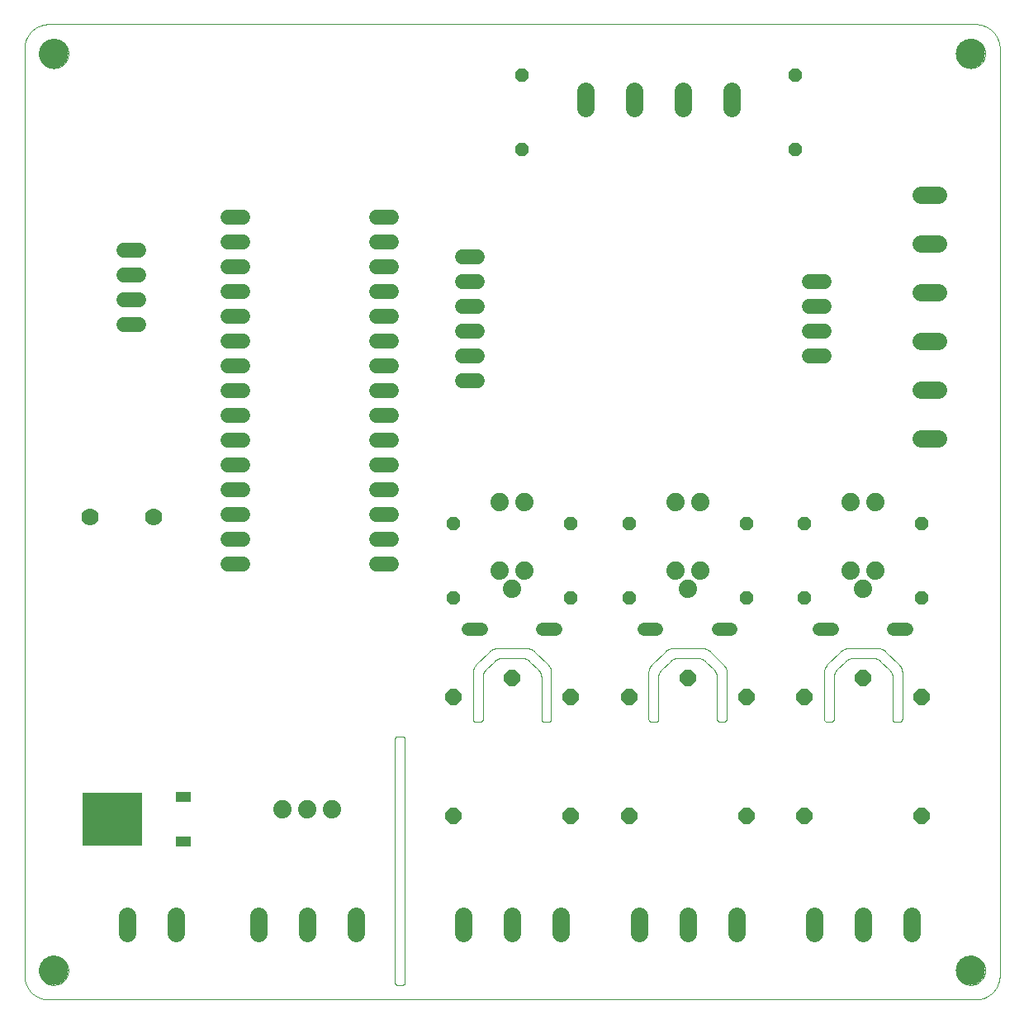
<source format=gts>
G75*
%MOIN*%
%OFA0B0*%
%FSLAX25Y25*%
%IPPOS*%
%LPD*%
%AMOC8*
5,1,8,0,0,1.08239X$1,22.5*
%
%ADD10C,0.00000*%
%ADD11C,0.11811*%
%ADD12C,0.07050*%
%ADD13C,0.06000*%
%ADD14OC8,0.05200*%
%ADD15C,0.07000*%
%ADD16C,0.07400*%
%ADD17OC8,0.06496*%
%ADD18C,0.05200*%
%ADD19R,0.24409X0.21260*%
%ADD20R,0.06299X0.03937*%
D10*
X0119641Y0101453D02*
X0119641Y0475469D01*
X0119644Y0475707D01*
X0119652Y0475945D01*
X0119667Y0476182D01*
X0119687Y0476419D01*
X0119713Y0476655D01*
X0119744Y0476891D01*
X0119781Y0477126D01*
X0119824Y0477360D01*
X0119873Y0477593D01*
X0119927Y0477825D01*
X0119987Y0478055D01*
X0120052Y0478284D01*
X0120123Y0478511D01*
X0120199Y0478736D01*
X0120281Y0478959D01*
X0120368Y0479181D01*
X0120460Y0479400D01*
X0120558Y0479617D01*
X0120660Y0479831D01*
X0120768Y0480043D01*
X0120882Y0480253D01*
X0121000Y0480459D01*
X0121123Y0480663D01*
X0121251Y0480863D01*
X0121383Y0481060D01*
X0121521Y0481255D01*
X0121663Y0481445D01*
X0121810Y0481633D01*
X0121961Y0481816D01*
X0122116Y0481996D01*
X0122276Y0482172D01*
X0122440Y0482344D01*
X0122609Y0482513D01*
X0122781Y0482677D01*
X0122957Y0482837D01*
X0123137Y0482992D01*
X0123320Y0483143D01*
X0123508Y0483290D01*
X0123698Y0483432D01*
X0123893Y0483570D01*
X0124090Y0483702D01*
X0124290Y0483830D01*
X0124494Y0483953D01*
X0124700Y0484071D01*
X0124910Y0484185D01*
X0125122Y0484293D01*
X0125336Y0484395D01*
X0125553Y0484493D01*
X0125772Y0484585D01*
X0125994Y0484672D01*
X0126217Y0484754D01*
X0126442Y0484830D01*
X0126669Y0484901D01*
X0126898Y0484966D01*
X0127128Y0485026D01*
X0127360Y0485080D01*
X0127593Y0485129D01*
X0127827Y0485172D01*
X0128062Y0485209D01*
X0128298Y0485240D01*
X0128534Y0485266D01*
X0128771Y0485286D01*
X0129008Y0485301D01*
X0129246Y0485309D01*
X0129484Y0485312D01*
X0129484Y0485311D02*
X0503499Y0485311D01*
X0503499Y0485312D02*
X0503737Y0485309D01*
X0503975Y0485301D01*
X0504212Y0485286D01*
X0504449Y0485266D01*
X0504685Y0485240D01*
X0504921Y0485209D01*
X0505156Y0485172D01*
X0505390Y0485129D01*
X0505623Y0485080D01*
X0505855Y0485026D01*
X0506085Y0484966D01*
X0506314Y0484901D01*
X0506541Y0484830D01*
X0506766Y0484754D01*
X0506989Y0484672D01*
X0507211Y0484585D01*
X0507430Y0484493D01*
X0507647Y0484395D01*
X0507861Y0484293D01*
X0508073Y0484185D01*
X0508283Y0484071D01*
X0508489Y0483953D01*
X0508693Y0483830D01*
X0508893Y0483702D01*
X0509090Y0483570D01*
X0509285Y0483432D01*
X0509475Y0483290D01*
X0509663Y0483143D01*
X0509846Y0482992D01*
X0510026Y0482837D01*
X0510202Y0482677D01*
X0510374Y0482513D01*
X0510543Y0482344D01*
X0510707Y0482172D01*
X0510867Y0481996D01*
X0511022Y0481816D01*
X0511173Y0481633D01*
X0511320Y0481445D01*
X0511462Y0481255D01*
X0511600Y0481060D01*
X0511732Y0480863D01*
X0511860Y0480663D01*
X0511983Y0480459D01*
X0512101Y0480253D01*
X0512215Y0480043D01*
X0512323Y0479831D01*
X0512425Y0479617D01*
X0512523Y0479400D01*
X0512615Y0479181D01*
X0512702Y0478959D01*
X0512784Y0478736D01*
X0512860Y0478511D01*
X0512931Y0478284D01*
X0512996Y0478055D01*
X0513056Y0477825D01*
X0513110Y0477593D01*
X0513159Y0477360D01*
X0513202Y0477126D01*
X0513239Y0476891D01*
X0513270Y0476655D01*
X0513296Y0476419D01*
X0513316Y0476182D01*
X0513331Y0475945D01*
X0513339Y0475707D01*
X0513342Y0475469D01*
X0513342Y0101453D01*
X0513339Y0101215D01*
X0513331Y0100977D01*
X0513316Y0100740D01*
X0513296Y0100503D01*
X0513270Y0100267D01*
X0513239Y0100031D01*
X0513202Y0099796D01*
X0513159Y0099562D01*
X0513110Y0099329D01*
X0513056Y0099097D01*
X0512996Y0098867D01*
X0512931Y0098638D01*
X0512860Y0098411D01*
X0512784Y0098186D01*
X0512702Y0097963D01*
X0512615Y0097741D01*
X0512523Y0097522D01*
X0512425Y0097305D01*
X0512323Y0097091D01*
X0512215Y0096879D01*
X0512101Y0096669D01*
X0511983Y0096463D01*
X0511860Y0096259D01*
X0511732Y0096059D01*
X0511600Y0095862D01*
X0511462Y0095667D01*
X0511320Y0095477D01*
X0511173Y0095289D01*
X0511022Y0095106D01*
X0510867Y0094926D01*
X0510707Y0094750D01*
X0510543Y0094578D01*
X0510374Y0094409D01*
X0510202Y0094245D01*
X0510026Y0094085D01*
X0509846Y0093930D01*
X0509663Y0093779D01*
X0509475Y0093632D01*
X0509285Y0093490D01*
X0509090Y0093352D01*
X0508893Y0093220D01*
X0508693Y0093092D01*
X0508489Y0092969D01*
X0508283Y0092851D01*
X0508073Y0092737D01*
X0507861Y0092629D01*
X0507647Y0092527D01*
X0507430Y0092429D01*
X0507211Y0092337D01*
X0506989Y0092250D01*
X0506766Y0092168D01*
X0506541Y0092092D01*
X0506314Y0092021D01*
X0506085Y0091956D01*
X0505855Y0091896D01*
X0505623Y0091842D01*
X0505390Y0091793D01*
X0505156Y0091750D01*
X0504921Y0091713D01*
X0504685Y0091682D01*
X0504449Y0091656D01*
X0504212Y0091636D01*
X0503975Y0091621D01*
X0503737Y0091613D01*
X0503499Y0091610D01*
X0129484Y0091610D01*
X0129246Y0091613D01*
X0129008Y0091621D01*
X0128771Y0091636D01*
X0128534Y0091656D01*
X0128298Y0091682D01*
X0128062Y0091713D01*
X0127827Y0091750D01*
X0127593Y0091793D01*
X0127360Y0091842D01*
X0127128Y0091896D01*
X0126898Y0091956D01*
X0126669Y0092021D01*
X0126442Y0092092D01*
X0126217Y0092168D01*
X0125994Y0092250D01*
X0125772Y0092337D01*
X0125553Y0092429D01*
X0125336Y0092527D01*
X0125122Y0092629D01*
X0124910Y0092737D01*
X0124700Y0092851D01*
X0124494Y0092969D01*
X0124290Y0093092D01*
X0124090Y0093220D01*
X0123893Y0093352D01*
X0123698Y0093490D01*
X0123508Y0093632D01*
X0123320Y0093779D01*
X0123137Y0093930D01*
X0122957Y0094085D01*
X0122781Y0094245D01*
X0122609Y0094409D01*
X0122440Y0094578D01*
X0122276Y0094750D01*
X0122116Y0094926D01*
X0121961Y0095106D01*
X0121810Y0095289D01*
X0121663Y0095477D01*
X0121521Y0095667D01*
X0121383Y0095862D01*
X0121251Y0096059D01*
X0121123Y0096259D01*
X0121000Y0096463D01*
X0120882Y0096669D01*
X0120768Y0096879D01*
X0120660Y0097091D01*
X0120558Y0097305D01*
X0120460Y0097522D01*
X0120368Y0097741D01*
X0120281Y0097963D01*
X0120199Y0098186D01*
X0120123Y0098411D01*
X0120052Y0098638D01*
X0119987Y0098867D01*
X0119927Y0099097D01*
X0119873Y0099329D01*
X0119824Y0099562D01*
X0119781Y0099796D01*
X0119744Y0100031D01*
X0119713Y0100267D01*
X0119687Y0100503D01*
X0119667Y0100740D01*
X0119652Y0100977D01*
X0119644Y0101215D01*
X0119641Y0101453D01*
X0125546Y0103421D02*
X0125548Y0103574D01*
X0125554Y0103728D01*
X0125564Y0103881D01*
X0125578Y0104033D01*
X0125596Y0104186D01*
X0125618Y0104337D01*
X0125643Y0104488D01*
X0125673Y0104639D01*
X0125707Y0104789D01*
X0125744Y0104937D01*
X0125785Y0105085D01*
X0125830Y0105231D01*
X0125879Y0105377D01*
X0125932Y0105521D01*
X0125988Y0105663D01*
X0126048Y0105804D01*
X0126112Y0105944D01*
X0126179Y0106082D01*
X0126250Y0106218D01*
X0126325Y0106352D01*
X0126402Y0106484D01*
X0126484Y0106614D01*
X0126568Y0106742D01*
X0126656Y0106868D01*
X0126747Y0106991D01*
X0126841Y0107112D01*
X0126939Y0107230D01*
X0127039Y0107346D01*
X0127143Y0107459D01*
X0127249Y0107570D01*
X0127358Y0107678D01*
X0127470Y0107783D01*
X0127584Y0107884D01*
X0127702Y0107983D01*
X0127821Y0108079D01*
X0127943Y0108172D01*
X0128068Y0108261D01*
X0128195Y0108348D01*
X0128324Y0108430D01*
X0128455Y0108510D01*
X0128588Y0108586D01*
X0128723Y0108659D01*
X0128860Y0108728D01*
X0128999Y0108793D01*
X0129139Y0108855D01*
X0129281Y0108913D01*
X0129424Y0108968D01*
X0129569Y0109019D01*
X0129715Y0109066D01*
X0129862Y0109109D01*
X0130010Y0109148D01*
X0130159Y0109184D01*
X0130309Y0109215D01*
X0130460Y0109243D01*
X0130611Y0109267D01*
X0130764Y0109287D01*
X0130916Y0109303D01*
X0131069Y0109315D01*
X0131222Y0109323D01*
X0131375Y0109327D01*
X0131529Y0109327D01*
X0131682Y0109323D01*
X0131835Y0109315D01*
X0131988Y0109303D01*
X0132140Y0109287D01*
X0132293Y0109267D01*
X0132444Y0109243D01*
X0132595Y0109215D01*
X0132745Y0109184D01*
X0132894Y0109148D01*
X0133042Y0109109D01*
X0133189Y0109066D01*
X0133335Y0109019D01*
X0133480Y0108968D01*
X0133623Y0108913D01*
X0133765Y0108855D01*
X0133905Y0108793D01*
X0134044Y0108728D01*
X0134181Y0108659D01*
X0134316Y0108586D01*
X0134449Y0108510D01*
X0134580Y0108430D01*
X0134709Y0108348D01*
X0134836Y0108261D01*
X0134961Y0108172D01*
X0135083Y0108079D01*
X0135202Y0107983D01*
X0135320Y0107884D01*
X0135434Y0107783D01*
X0135546Y0107678D01*
X0135655Y0107570D01*
X0135761Y0107459D01*
X0135865Y0107346D01*
X0135965Y0107230D01*
X0136063Y0107112D01*
X0136157Y0106991D01*
X0136248Y0106868D01*
X0136336Y0106742D01*
X0136420Y0106614D01*
X0136502Y0106484D01*
X0136579Y0106352D01*
X0136654Y0106218D01*
X0136725Y0106082D01*
X0136792Y0105944D01*
X0136856Y0105804D01*
X0136916Y0105663D01*
X0136972Y0105521D01*
X0137025Y0105377D01*
X0137074Y0105231D01*
X0137119Y0105085D01*
X0137160Y0104937D01*
X0137197Y0104789D01*
X0137231Y0104639D01*
X0137261Y0104488D01*
X0137286Y0104337D01*
X0137308Y0104186D01*
X0137326Y0104033D01*
X0137340Y0103881D01*
X0137350Y0103728D01*
X0137356Y0103574D01*
X0137358Y0103421D01*
X0137356Y0103268D01*
X0137350Y0103114D01*
X0137340Y0102961D01*
X0137326Y0102809D01*
X0137308Y0102656D01*
X0137286Y0102505D01*
X0137261Y0102354D01*
X0137231Y0102203D01*
X0137197Y0102053D01*
X0137160Y0101905D01*
X0137119Y0101757D01*
X0137074Y0101611D01*
X0137025Y0101465D01*
X0136972Y0101321D01*
X0136916Y0101179D01*
X0136856Y0101038D01*
X0136792Y0100898D01*
X0136725Y0100760D01*
X0136654Y0100624D01*
X0136579Y0100490D01*
X0136502Y0100358D01*
X0136420Y0100228D01*
X0136336Y0100100D01*
X0136248Y0099974D01*
X0136157Y0099851D01*
X0136063Y0099730D01*
X0135965Y0099612D01*
X0135865Y0099496D01*
X0135761Y0099383D01*
X0135655Y0099272D01*
X0135546Y0099164D01*
X0135434Y0099059D01*
X0135320Y0098958D01*
X0135202Y0098859D01*
X0135083Y0098763D01*
X0134961Y0098670D01*
X0134836Y0098581D01*
X0134709Y0098494D01*
X0134580Y0098412D01*
X0134449Y0098332D01*
X0134316Y0098256D01*
X0134181Y0098183D01*
X0134044Y0098114D01*
X0133905Y0098049D01*
X0133765Y0097987D01*
X0133623Y0097929D01*
X0133480Y0097874D01*
X0133335Y0097823D01*
X0133189Y0097776D01*
X0133042Y0097733D01*
X0132894Y0097694D01*
X0132745Y0097658D01*
X0132595Y0097627D01*
X0132444Y0097599D01*
X0132293Y0097575D01*
X0132140Y0097555D01*
X0131988Y0097539D01*
X0131835Y0097527D01*
X0131682Y0097519D01*
X0131529Y0097515D01*
X0131375Y0097515D01*
X0131222Y0097519D01*
X0131069Y0097527D01*
X0130916Y0097539D01*
X0130764Y0097555D01*
X0130611Y0097575D01*
X0130460Y0097599D01*
X0130309Y0097627D01*
X0130159Y0097658D01*
X0130010Y0097694D01*
X0129862Y0097733D01*
X0129715Y0097776D01*
X0129569Y0097823D01*
X0129424Y0097874D01*
X0129281Y0097929D01*
X0129139Y0097987D01*
X0128999Y0098049D01*
X0128860Y0098114D01*
X0128723Y0098183D01*
X0128588Y0098256D01*
X0128455Y0098332D01*
X0128324Y0098412D01*
X0128195Y0098494D01*
X0128068Y0098581D01*
X0127943Y0098670D01*
X0127821Y0098763D01*
X0127702Y0098859D01*
X0127584Y0098958D01*
X0127470Y0099059D01*
X0127358Y0099164D01*
X0127249Y0099272D01*
X0127143Y0099383D01*
X0127039Y0099496D01*
X0126939Y0099612D01*
X0126841Y0099730D01*
X0126747Y0099851D01*
X0126656Y0099974D01*
X0126568Y0100100D01*
X0126484Y0100228D01*
X0126402Y0100358D01*
X0126325Y0100490D01*
X0126250Y0100624D01*
X0126179Y0100760D01*
X0126112Y0100898D01*
X0126048Y0101038D01*
X0125988Y0101179D01*
X0125932Y0101321D01*
X0125879Y0101465D01*
X0125830Y0101611D01*
X0125785Y0101757D01*
X0125744Y0101905D01*
X0125707Y0102053D01*
X0125673Y0102203D01*
X0125643Y0102354D01*
X0125618Y0102505D01*
X0125596Y0102656D01*
X0125578Y0102809D01*
X0125564Y0102961D01*
X0125554Y0103114D01*
X0125548Y0103268D01*
X0125546Y0103421D01*
X0269247Y0098516D02*
X0269247Y0196909D01*
X0269249Y0196969D01*
X0269254Y0197030D01*
X0269263Y0197089D01*
X0269276Y0197148D01*
X0269292Y0197207D01*
X0269312Y0197264D01*
X0269335Y0197319D01*
X0269362Y0197374D01*
X0269391Y0197426D01*
X0269424Y0197477D01*
X0269460Y0197526D01*
X0269498Y0197572D01*
X0269540Y0197616D01*
X0269584Y0197658D01*
X0269630Y0197696D01*
X0269679Y0197732D01*
X0269730Y0197765D01*
X0269782Y0197794D01*
X0269837Y0197821D01*
X0269892Y0197844D01*
X0269949Y0197864D01*
X0270008Y0197880D01*
X0270067Y0197893D01*
X0270126Y0197902D01*
X0270187Y0197907D01*
X0270247Y0197909D01*
X0272184Y0197909D01*
X0272244Y0197907D01*
X0272305Y0197902D01*
X0272364Y0197893D01*
X0272423Y0197880D01*
X0272482Y0197864D01*
X0272539Y0197844D01*
X0272594Y0197821D01*
X0272649Y0197794D01*
X0272701Y0197765D01*
X0272752Y0197732D01*
X0272801Y0197696D01*
X0272847Y0197658D01*
X0272891Y0197616D01*
X0272933Y0197572D01*
X0272971Y0197526D01*
X0273007Y0197477D01*
X0273040Y0197426D01*
X0273069Y0197374D01*
X0273096Y0197319D01*
X0273119Y0197264D01*
X0273139Y0197207D01*
X0273155Y0197148D01*
X0273168Y0197089D01*
X0273177Y0197030D01*
X0273182Y0196969D01*
X0273184Y0196909D01*
X0273184Y0098516D01*
X0273182Y0098456D01*
X0273177Y0098395D01*
X0273168Y0098336D01*
X0273155Y0098277D01*
X0273139Y0098218D01*
X0273119Y0098161D01*
X0273096Y0098106D01*
X0273069Y0098051D01*
X0273040Y0097999D01*
X0273007Y0097948D01*
X0272971Y0097899D01*
X0272933Y0097853D01*
X0272891Y0097809D01*
X0272847Y0097767D01*
X0272801Y0097729D01*
X0272752Y0097693D01*
X0272701Y0097660D01*
X0272649Y0097631D01*
X0272594Y0097604D01*
X0272539Y0097581D01*
X0272482Y0097561D01*
X0272423Y0097545D01*
X0272364Y0097532D01*
X0272305Y0097523D01*
X0272244Y0097518D01*
X0272184Y0097516D01*
X0270247Y0097516D01*
X0270187Y0097518D01*
X0270126Y0097523D01*
X0270067Y0097532D01*
X0270008Y0097545D01*
X0269949Y0097561D01*
X0269892Y0097581D01*
X0269837Y0097604D01*
X0269782Y0097631D01*
X0269730Y0097660D01*
X0269679Y0097693D01*
X0269630Y0097729D01*
X0269584Y0097767D01*
X0269540Y0097809D01*
X0269498Y0097853D01*
X0269460Y0097899D01*
X0269424Y0097948D01*
X0269391Y0097999D01*
X0269362Y0098051D01*
X0269335Y0098106D01*
X0269312Y0098161D01*
X0269292Y0098218D01*
X0269276Y0098277D01*
X0269263Y0098336D01*
X0269254Y0098395D01*
X0269249Y0098456D01*
X0269247Y0098516D01*
X0301743Y0203815D02*
X0303680Y0203815D01*
X0303740Y0203817D01*
X0303801Y0203822D01*
X0303860Y0203831D01*
X0303919Y0203844D01*
X0303978Y0203860D01*
X0304035Y0203880D01*
X0304090Y0203903D01*
X0304145Y0203930D01*
X0304197Y0203959D01*
X0304248Y0203992D01*
X0304297Y0204028D01*
X0304343Y0204066D01*
X0304387Y0204108D01*
X0304429Y0204152D01*
X0304467Y0204198D01*
X0304503Y0204247D01*
X0304536Y0204298D01*
X0304565Y0204350D01*
X0304592Y0204405D01*
X0304615Y0204460D01*
X0304635Y0204517D01*
X0304651Y0204576D01*
X0304664Y0204635D01*
X0304673Y0204694D01*
X0304678Y0204755D01*
X0304680Y0204815D01*
X0304680Y0221869D01*
X0300743Y0223838D02*
X0300745Y0223962D01*
X0300751Y0224085D01*
X0300760Y0224209D01*
X0300774Y0224331D01*
X0300791Y0224454D01*
X0300813Y0224576D01*
X0300838Y0224697D01*
X0300867Y0224817D01*
X0300899Y0224936D01*
X0300936Y0225055D01*
X0300976Y0225172D01*
X0301019Y0225287D01*
X0301067Y0225402D01*
X0301118Y0225514D01*
X0301172Y0225625D01*
X0301230Y0225735D01*
X0301291Y0225842D01*
X0301356Y0225948D01*
X0301424Y0226051D01*
X0301495Y0226152D01*
X0301569Y0226251D01*
X0301646Y0226348D01*
X0301727Y0226442D01*
X0301810Y0226533D01*
X0301896Y0226622D01*
X0301897Y0226622D02*
X0307464Y0232189D01*
X0310248Y0233343D02*
X0322735Y0233343D01*
X0325519Y0232189D02*
X0331086Y0226622D01*
X0332239Y0223838D02*
X0332239Y0204815D01*
X0332237Y0204755D01*
X0332232Y0204694D01*
X0332223Y0204635D01*
X0332210Y0204576D01*
X0332194Y0204517D01*
X0332174Y0204460D01*
X0332151Y0204405D01*
X0332124Y0204350D01*
X0332095Y0204298D01*
X0332062Y0204247D01*
X0332026Y0204198D01*
X0331988Y0204152D01*
X0331946Y0204108D01*
X0331902Y0204066D01*
X0331856Y0204028D01*
X0331807Y0203992D01*
X0331756Y0203959D01*
X0331704Y0203930D01*
X0331649Y0203903D01*
X0331594Y0203880D01*
X0331537Y0203860D01*
X0331478Y0203844D01*
X0331419Y0203831D01*
X0331360Y0203822D01*
X0331299Y0203817D01*
X0331239Y0203815D01*
X0329302Y0203815D01*
X0329242Y0203817D01*
X0329181Y0203822D01*
X0329122Y0203831D01*
X0329063Y0203844D01*
X0329004Y0203860D01*
X0328947Y0203880D01*
X0328892Y0203903D01*
X0328837Y0203930D01*
X0328785Y0203959D01*
X0328734Y0203992D01*
X0328685Y0204028D01*
X0328639Y0204066D01*
X0328595Y0204108D01*
X0328553Y0204152D01*
X0328515Y0204198D01*
X0328479Y0204247D01*
X0328446Y0204298D01*
X0328417Y0204350D01*
X0328390Y0204405D01*
X0328367Y0204460D01*
X0328347Y0204517D01*
X0328331Y0204576D01*
X0328318Y0204635D01*
X0328309Y0204694D01*
X0328304Y0204755D01*
X0328302Y0204815D01*
X0328302Y0221869D01*
X0332239Y0223838D02*
X0332237Y0223962D01*
X0332231Y0224085D01*
X0332222Y0224209D01*
X0332208Y0224331D01*
X0332191Y0224454D01*
X0332169Y0224576D01*
X0332144Y0224697D01*
X0332115Y0224817D01*
X0332083Y0224936D01*
X0332046Y0225055D01*
X0332006Y0225172D01*
X0331963Y0225287D01*
X0331915Y0225402D01*
X0331864Y0225514D01*
X0331810Y0225625D01*
X0331752Y0225735D01*
X0331691Y0225842D01*
X0331626Y0225948D01*
X0331558Y0226051D01*
X0331487Y0226152D01*
X0331413Y0226251D01*
X0331336Y0226348D01*
X0331255Y0226442D01*
X0331172Y0226533D01*
X0331086Y0226622D01*
X0327149Y0224653D02*
X0323550Y0228252D01*
X0325519Y0232190D02*
X0325430Y0232276D01*
X0325339Y0232359D01*
X0325245Y0232440D01*
X0325148Y0232517D01*
X0325049Y0232591D01*
X0324948Y0232662D01*
X0324845Y0232730D01*
X0324739Y0232795D01*
X0324632Y0232856D01*
X0324522Y0232914D01*
X0324411Y0232968D01*
X0324299Y0233019D01*
X0324184Y0233067D01*
X0324069Y0233110D01*
X0323952Y0233150D01*
X0323833Y0233187D01*
X0323714Y0233219D01*
X0323594Y0233248D01*
X0323473Y0233273D01*
X0323351Y0233295D01*
X0323228Y0233312D01*
X0323106Y0233326D01*
X0322982Y0233335D01*
X0322859Y0233341D01*
X0322735Y0233343D01*
X0320766Y0229406D02*
X0312217Y0229406D01*
X0310248Y0233343D02*
X0310124Y0233341D01*
X0310001Y0233335D01*
X0309877Y0233326D01*
X0309755Y0233312D01*
X0309632Y0233295D01*
X0309510Y0233273D01*
X0309389Y0233248D01*
X0309269Y0233219D01*
X0309150Y0233187D01*
X0309031Y0233150D01*
X0308914Y0233110D01*
X0308799Y0233067D01*
X0308684Y0233019D01*
X0308572Y0232968D01*
X0308461Y0232914D01*
X0308351Y0232856D01*
X0308244Y0232795D01*
X0308138Y0232730D01*
X0308035Y0232662D01*
X0307934Y0232591D01*
X0307835Y0232517D01*
X0307738Y0232440D01*
X0307644Y0232359D01*
X0307553Y0232276D01*
X0307464Y0232190D01*
X0309433Y0228252D02*
X0305834Y0224653D01*
X0305833Y0224653D02*
X0305747Y0224564D01*
X0305664Y0224473D01*
X0305583Y0224379D01*
X0305506Y0224282D01*
X0305432Y0224183D01*
X0305361Y0224082D01*
X0305293Y0223979D01*
X0305228Y0223873D01*
X0305167Y0223766D01*
X0305109Y0223656D01*
X0305055Y0223545D01*
X0305004Y0223433D01*
X0304956Y0223318D01*
X0304913Y0223203D01*
X0304873Y0223086D01*
X0304836Y0222967D01*
X0304804Y0222848D01*
X0304775Y0222728D01*
X0304750Y0222607D01*
X0304728Y0222485D01*
X0304711Y0222362D01*
X0304697Y0222240D01*
X0304688Y0222116D01*
X0304682Y0221993D01*
X0304680Y0221869D01*
X0300743Y0223838D02*
X0300743Y0204815D01*
X0300745Y0204755D01*
X0300750Y0204694D01*
X0300759Y0204635D01*
X0300772Y0204576D01*
X0300788Y0204517D01*
X0300808Y0204460D01*
X0300831Y0204405D01*
X0300858Y0204350D01*
X0300887Y0204298D01*
X0300920Y0204247D01*
X0300956Y0204198D01*
X0300994Y0204152D01*
X0301036Y0204108D01*
X0301080Y0204066D01*
X0301126Y0204028D01*
X0301175Y0203992D01*
X0301226Y0203959D01*
X0301278Y0203930D01*
X0301333Y0203903D01*
X0301388Y0203880D01*
X0301445Y0203860D01*
X0301504Y0203844D01*
X0301563Y0203831D01*
X0301622Y0203822D01*
X0301683Y0203817D01*
X0301743Y0203815D01*
X0309433Y0228253D02*
X0309522Y0228339D01*
X0309613Y0228422D01*
X0309707Y0228503D01*
X0309804Y0228580D01*
X0309903Y0228654D01*
X0310004Y0228725D01*
X0310107Y0228793D01*
X0310213Y0228858D01*
X0310320Y0228919D01*
X0310430Y0228977D01*
X0310541Y0229031D01*
X0310653Y0229082D01*
X0310768Y0229130D01*
X0310883Y0229173D01*
X0311000Y0229213D01*
X0311119Y0229250D01*
X0311238Y0229282D01*
X0311358Y0229311D01*
X0311479Y0229336D01*
X0311601Y0229358D01*
X0311724Y0229375D01*
X0311846Y0229389D01*
X0311970Y0229398D01*
X0312093Y0229404D01*
X0312217Y0229406D01*
X0320766Y0229406D02*
X0320890Y0229404D01*
X0321013Y0229398D01*
X0321137Y0229389D01*
X0321259Y0229375D01*
X0321382Y0229358D01*
X0321504Y0229336D01*
X0321625Y0229311D01*
X0321745Y0229282D01*
X0321864Y0229250D01*
X0321983Y0229213D01*
X0322100Y0229173D01*
X0322215Y0229130D01*
X0322330Y0229082D01*
X0322442Y0229031D01*
X0322553Y0228977D01*
X0322663Y0228919D01*
X0322770Y0228858D01*
X0322876Y0228793D01*
X0322979Y0228725D01*
X0323080Y0228654D01*
X0323179Y0228580D01*
X0323276Y0228503D01*
X0323370Y0228422D01*
X0323461Y0228339D01*
X0323550Y0228253D01*
X0327149Y0224653D02*
X0327235Y0224564D01*
X0327318Y0224473D01*
X0327399Y0224379D01*
X0327476Y0224282D01*
X0327550Y0224183D01*
X0327621Y0224082D01*
X0327689Y0223979D01*
X0327754Y0223873D01*
X0327815Y0223766D01*
X0327873Y0223656D01*
X0327927Y0223545D01*
X0327978Y0223433D01*
X0328026Y0223318D01*
X0328069Y0223203D01*
X0328109Y0223086D01*
X0328146Y0222967D01*
X0328178Y0222848D01*
X0328207Y0222728D01*
X0328232Y0222607D01*
X0328254Y0222485D01*
X0328271Y0222362D01*
X0328285Y0222240D01*
X0328294Y0222116D01*
X0328300Y0221993D01*
X0328302Y0221869D01*
X0371610Y0223838D02*
X0371610Y0204815D01*
X0371612Y0204755D01*
X0371617Y0204694D01*
X0371626Y0204635D01*
X0371639Y0204576D01*
X0371655Y0204517D01*
X0371675Y0204460D01*
X0371698Y0204405D01*
X0371725Y0204350D01*
X0371754Y0204298D01*
X0371787Y0204247D01*
X0371823Y0204198D01*
X0371861Y0204152D01*
X0371903Y0204108D01*
X0371947Y0204066D01*
X0371993Y0204028D01*
X0372042Y0203992D01*
X0372093Y0203959D01*
X0372145Y0203930D01*
X0372200Y0203903D01*
X0372255Y0203880D01*
X0372312Y0203860D01*
X0372371Y0203844D01*
X0372430Y0203831D01*
X0372489Y0203822D01*
X0372550Y0203817D01*
X0372610Y0203815D01*
X0374547Y0203815D01*
X0374607Y0203817D01*
X0374668Y0203822D01*
X0374727Y0203831D01*
X0374786Y0203844D01*
X0374845Y0203860D01*
X0374902Y0203880D01*
X0374957Y0203903D01*
X0375012Y0203930D01*
X0375064Y0203959D01*
X0375115Y0203992D01*
X0375164Y0204028D01*
X0375210Y0204066D01*
X0375254Y0204108D01*
X0375296Y0204152D01*
X0375334Y0204198D01*
X0375370Y0204247D01*
X0375403Y0204298D01*
X0375432Y0204350D01*
X0375459Y0204405D01*
X0375482Y0204460D01*
X0375502Y0204517D01*
X0375518Y0204576D01*
X0375531Y0204635D01*
X0375540Y0204694D01*
X0375545Y0204755D01*
X0375547Y0204815D01*
X0375547Y0221869D01*
X0371610Y0223838D02*
X0371612Y0223962D01*
X0371618Y0224085D01*
X0371627Y0224209D01*
X0371641Y0224331D01*
X0371658Y0224454D01*
X0371680Y0224576D01*
X0371705Y0224697D01*
X0371734Y0224817D01*
X0371766Y0224936D01*
X0371803Y0225055D01*
X0371843Y0225172D01*
X0371886Y0225287D01*
X0371934Y0225402D01*
X0371985Y0225514D01*
X0372039Y0225625D01*
X0372097Y0225735D01*
X0372158Y0225842D01*
X0372223Y0225948D01*
X0372291Y0226051D01*
X0372362Y0226152D01*
X0372436Y0226251D01*
X0372513Y0226348D01*
X0372594Y0226442D01*
X0372677Y0226533D01*
X0372763Y0226622D01*
X0378330Y0232189D01*
X0381114Y0233343D02*
X0393601Y0233343D01*
X0396385Y0232189D02*
X0401952Y0226622D01*
X0403106Y0223838D02*
X0403106Y0204815D01*
X0403104Y0204755D01*
X0403099Y0204694D01*
X0403090Y0204635D01*
X0403077Y0204576D01*
X0403061Y0204517D01*
X0403041Y0204460D01*
X0403018Y0204405D01*
X0402991Y0204350D01*
X0402962Y0204298D01*
X0402929Y0204247D01*
X0402893Y0204198D01*
X0402855Y0204152D01*
X0402813Y0204108D01*
X0402769Y0204066D01*
X0402723Y0204028D01*
X0402674Y0203992D01*
X0402623Y0203959D01*
X0402571Y0203930D01*
X0402516Y0203903D01*
X0402461Y0203880D01*
X0402404Y0203860D01*
X0402345Y0203844D01*
X0402286Y0203831D01*
X0402227Y0203822D01*
X0402166Y0203817D01*
X0402106Y0203815D01*
X0400169Y0203815D01*
X0400109Y0203817D01*
X0400048Y0203822D01*
X0399989Y0203831D01*
X0399930Y0203844D01*
X0399871Y0203860D01*
X0399814Y0203880D01*
X0399759Y0203903D01*
X0399704Y0203930D01*
X0399652Y0203959D01*
X0399601Y0203992D01*
X0399552Y0204028D01*
X0399506Y0204066D01*
X0399462Y0204108D01*
X0399420Y0204152D01*
X0399382Y0204198D01*
X0399346Y0204247D01*
X0399313Y0204298D01*
X0399284Y0204350D01*
X0399257Y0204405D01*
X0399234Y0204460D01*
X0399214Y0204517D01*
X0399198Y0204576D01*
X0399185Y0204635D01*
X0399176Y0204694D01*
X0399171Y0204755D01*
X0399169Y0204815D01*
X0399169Y0221869D01*
X0403106Y0223838D02*
X0403104Y0223962D01*
X0403098Y0224085D01*
X0403089Y0224209D01*
X0403075Y0224331D01*
X0403058Y0224454D01*
X0403036Y0224576D01*
X0403011Y0224697D01*
X0402982Y0224817D01*
X0402950Y0224936D01*
X0402913Y0225055D01*
X0402873Y0225172D01*
X0402830Y0225287D01*
X0402782Y0225402D01*
X0402731Y0225514D01*
X0402677Y0225625D01*
X0402619Y0225735D01*
X0402558Y0225842D01*
X0402493Y0225948D01*
X0402425Y0226051D01*
X0402354Y0226152D01*
X0402280Y0226251D01*
X0402203Y0226348D01*
X0402122Y0226442D01*
X0402039Y0226533D01*
X0401953Y0226622D01*
X0398015Y0224653D02*
X0394416Y0228252D01*
X0396385Y0232190D02*
X0396296Y0232276D01*
X0396205Y0232359D01*
X0396111Y0232440D01*
X0396014Y0232517D01*
X0395915Y0232591D01*
X0395814Y0232662D01*
X0395711Y0232730D01*
X0395605Y0232795D01*
X0395498Y0232856D01*
X0395388Y0232914D01*
X0395277Y0232968D01*
X0395165Y0233019D01*
X0395050Y0233067D01*
X0394935Y0233110D01*
X0394818Y0233150D01*
X0394699Y0233187D01*
X0394580Y0233219D01*
X0394460Y0233248D01*
X0394339Y0233273D01*
X0394217Y0233295D01*
X0394094Y0233312D01*
X0393972Y0233326D01*
X0393848Y0233335D01*
X0393725Y0233341D01*
X0393601Y0233343D01*
X0391632Y0229406D02*
X0383083Y0229406D01*
X0381114Y0233343D02*
X0380990Y0233341D01*
X0380867Y0233335D01*
X0380743Y0233326D01*
X0380621Y0233312D01*
X0380498Y0233295D01*
X0380376Y0233273D01*
X0380255Y0233248D01*
X0380135Y0233219D01*
X0380016Y0233187D01*
X0379897Y0233150D01*
X0379780Y0233110D01*
X0379665Y0233067D01*
X0379550Y0233019D01*
X0379438Y0232968D01*
X0379327Y0232914D01*
X0379217Y0232856D01*
X0379110Y0232795D01*
X0379004Y0232730D01*
X0378901Y0232662D01*
X0378800Y0232591D01*
X0378701Y0232517D01*
X0378604Y0232440D01*
X0378510Y0232359D01*
X0378419Y0232276D01*
X0378330Y0232190D01*
X0380299Y0228252D02*
X0376700Y0224653D01*
X0376614Y0224564D01*
X0376531Y0224473D01*
X0376450Y0224379D01*
X0376373Y0224282D01*
X0376299Y0224183D01*
X0376228Y0224082D01*
X0376160Y0223979D01*
X0376095Y0223873D01*
X0376034Y0223766D01*
X0375976Y0223656D01*
X0375922Y0223545D01*
X0375871Y0223433D01*
X0375823Y0223318D01*
X0375780Y0223203D01*
X0375740Y0223086D01*
X0375703Y0222967D01*
X0375671Y0222848D01*
X0375642Y0222728D01*
X0375617Y0222607D01*
X0375595Y0222485D01*
X0375578Y0222362D01*
X0375564Y0222240D01*
X0375555Y0222116D01*
X0375549Y0221993D01*
X0375547Y0221869D01*
X0380299Y0228253D02*
X0380388Y0228339D01*
X0380479Y0228422D01*
X0380573Y0228503D01*
X0380670Y0228580D01*
X0380769Y0228654D01*
X0380870Y0228725D01*
X0380973Y0228793D01*
X0381079Y0228858D01*
X0381186Y0228919D01*
X0381296Y0228977D01*
X0381407Y0229031D01*
X0381519Y0229082D01*
X0381634Y0229130D01*
X0381749Y0229173D01*
X0381866Y0229213D01*
X0381985Y0229250D01*
X0382104Y0229282D01*
X0382224Y0229311D01*
X0382345Y0229336D01*
X0382467Y0229358D01*
X0382590Y0229375D01*
X0382712Y0229389D01*
X0382836Y0229398D01*
X0382959Y0229404D01*
X0383083Y0229406D01*
X0391632Y0229406D02*
X0391756Y0229404D01*
X0391879Y0229398D01*
X0392003Y0229389D01*
X0392125Y0229375D01*
X0392248Y0229358D01*
X0392370Y0229336D01*
X0392491Y0229311D01*
X0392611Y0229282D01*
X0392730Y0229250D01*
X0392849Y0229213D01*
X0392966Y0229173D01*
X0393081Y0229130D01*
X0393196Y0229082D01*
X0393308Y0229031D01*
X0393419Y0228977D01*
X0393529Y0228919D01*
X0393636Y0228858D01*
X0393742Y0228793D01*
X0393845Y0228725D01*
X0393946Y0228654D01*
X0394045Y0228580D01*
X0394142Y0228503D01*
X0394236Y0228422D01*
X0394327Y0228339D01*
X0394416Y0228253D01*
X0398016Y0224653D02*
X0398102Y0224564D01*
X0398185Y0224473D01*
X0398266Y0224379D01*
X0398343Y0224282D01*
X0398417Y0224183D01*
X0398488Y0224082D01*
X0398556Y0223979D01*
X0398621Y0223873D01*
X0398682Y0223766D01*
X0398740Y0223656D01*
X0398794Y0223545D01*
X0398845Y0223433D01*
X0398893Y0223318D01*
X0398936Y0223203D01*
X0398976Y0223086D01*
X0399013Y0222967D01*
X0399045Y0222848D01*
X0399074Y0222728D01*
X0399099Y0222607D01*
X0399121Y0222485D01*
X0399138Y0222362D01*
X0399152Y0222240D01*
X0399161Y0222116D01*
X0399167Y0221993D01*
X0399169Y0221869D01*
X0442476Y0223838D02*
X0442476Y0204815D01*
X0442478Y0204755D01*
X0442483Y0204694D01*
X0442492Y0204635D01*
X0442505Y0204576D01*
X0442521Y0204517D01*
X0442541Y0204460D01*
X0442564Y0204405D01*
X0442591Y0204350D01*
X0442620Y0204298D01*
X0442653Y0204247D01*
X0442689Y0204198D01*
X0442727Y0204152D01*
X0442769Y0204108D01*
X0442813Y0204066D01*
X0442859Y0204028D01*
X0442908Y0203992D01*
X0442959Y0203959D01*
X0443011Y0203930D01*
X0443066Y0203903D01*
X0443121Y0203880D01*
X0443178Y0203860D01*
X0443237Y0203844D01*
X0443296Y0203831D01*
X0443355Y0203822D01*
X0443416Y0203817D01*
X0443476Y0203815D01*
X0445413Y0203815D01*
X0445473Y0203817D01*
X0445534Y0203822D01*
X0445593Y0203831D01*
X0445652Y0203844D01*
X0445711Y0203860D01*
X0445768Y0203880D01*
X0445823Y0203903D01*
X0445878Y0203930D01*
X0445930Y0203959D01*
X0445981Y0203992D01*
X0446030Y0204028D01*
X0446076Y0204066D01*
X0446120Y0204108D01*
X0446162Y0204152D01*
X0446200Y0204198D01*
X0446236Y0204247D01*
X0446269Y0204298D01*
X0446298Y0204350D01*
X0446325Y0204405D01*
X0446348Y0204460D01*
X0446368Y0204517D01*
X0446384Y0204576D01*
X0446397Y0204635D01*
X0446406Y0204694D01*
X0446411Y0204755D01*
X0446413Y0204815D01*
X0446413Y0221869D01*
X0442476Y0223838D02*
X0442478Y0223962D01*
X0442484Y0224085D01*
X0442493Y0224209D01*
X0442507Y0224331D01*
X0442524Y0224454D01*
X0442546Y0224576D01*
X0442571Y0224697D01*
X0442600Y0224817D01*
X0442632Y0224936D01*
X0442669Y0225055D01*
X0442709Y0225172D01*
X0442752Y0225287D01*
X0442800Y0225402D01*
X0442851Y0225514D01*
X0442905Y0225625D01*
X0442963Y0225735D01*
X0443024Y0225842D01*
X0443089Y0225948D01*
X0443157Y0226051D01*
X0443228Y0226152D01*
X0443302Y0226251D01*
X0443379Y0226348D01*
X0443460Y0226442D01*
X0443543Y0226533D01*
X0443629Y0226622D01*
X0449197Y0232189D01*
X0451980Y0233343D02*
X0464467Y0233343D01*
X0467251Y0232189D02*
X0472819Y0226622D01*
X0473972Y0223838D02*
X0473972Y0204815D01*
X0473970Y0204755D01*
X0473965Y0204694D01*
X0473956Y0204635D01*
X0473943Y0204576D01*
X0473927Y0204517D01*
X0473907Y0204460D01*
X0473884Y0204405D01*
X0473857Y0204350D01*
X0473828Y0204298D01*
X0473795Y0204247D01*
X0473759Y0204198D01*
X0473721Y0204152D01*
X0473679Y0204108D01*
X0473635Y0204066D01*
X0473589Y0204028D01*
X0473540Y0203992D01*
X0473489Y0203959D01*
X0473437Y0203930D01*
X0473382Y0203903D01*
X0473327Y0203880D01*
X0473270Y0203860D01*
X0473211Y0203844D01*
X0473152Y0203831D01*
X0473093Y0203822D01*
X0473032Y0203817D01*
X0472972Y0203815D01*
X0471035Y0203815D01*
X0470975Y0203817D01*
X0470914Y0203822D01*
X0470855Y0203831D01*
X0470796Y0203844D01*
X0470737Y0203860D01*
X0470680Y0203880D01*
X0470625Y0203903D01*
X0470570Y0203930D01*
X0470518Y0203959D01*
X0470467Y0203992D01*
X0470418Y0204028D01*
X0470372Y0204066D01*
X0470328Y0204108D01*
X0470286Y0204152D01*
X0470248Y0204198D01*
X0470212Y0204247D01*
X0470179Y0204298D01*
X0470150Y0204350D01*
X0470123Y0204405D01*
X0470100Y0204460D01*
X0470080Y0204517D01*
X0470064Y0204576D01*
X0470051Y0204635D01*
X0470042Y0204694D01*
X0470037Y0204755D01*
X0470035Y0204815D01*
X0470035Y0221869D01*
X0473972Y0223838D02*
X0473970Y0223962D01*
X0473964Y0224085D01*
X0473955Y0224209D01*
X0473941Y0224331D01*
X0473924Y0224454D01*
X0473902Y0224576D01*
X0473877Y0224697D01*
X0473848Y0224817D01*
X0473816Y0224936D01*
X0473779Y0225055D01*
X0473739Y0225172D01*
X0473696Y0225287D01*
X0473648Y0225402D01*
X0473597Y0225514D01*
X0473543Y0225625D01*
X0473485Y0225735D01*
X0473424Y0225842D01*
X0473359Y0225948D01*
X0473291Y0226051D01*
X0473220Y0226152D01*
X0473146Y0226251D01*
X0473069Y0226348D01*
X0472988Y0226442D01*
X0472905Y0226533D01*
X0472819Y0226622D01*
X0468882Y0224653D02*
X0465282Y0228252D01*
X0467251Y0232190D02*
X0467162Y0232276D01*
X0467071Y0232359D01*
X0466977Y0232440D01*
X0466880Y0232517D01*
X0466781Y0232591D01*
X0466680Y0232662D01*
X0466577Y0232730D01*
X0466471Y0232795D01*
X0466364Y0232856D01*
X0466254Y0232914D01*
X0466143Y0232968D01*
X0466031Y0233019D01*
X0465916Y0233067D01*
X0465801Y0233110D01*
X0465684Y0233150D01*
X0465565Y0233187D01*
X0465446Y0233219D01*
X0465326Y0233248D01*
X0465205Y0233273D01*
X0465083Y0233295D01*
X0464960Y0233312D01*
X0464838Y0233326D01*
X0464714Y0233335D01*
X0464591Y0233341D01*
X0464467Y0233343D01*
X0462498Y0229406D02*
X0453949Y0229406D01*
X0451980Y0233343D02*
X0451856Y0233341D01*
X0451733Y0233335D01*
X0451609Y0233326D01*
X0451487Y0233312D01*
X0451364Y0233295D01*
X0451242Y0233273D01*
X0451121Y0233248D01*
X0451001Y0233219D01*
X0450882Y0233187D01*
X0450763Y0233150D01*
X0450646Y0233110D01*
X0450531Y0233067D01*
X0450416Y0233019D01*
X0450304Y0232968D01*
X0450193Y0232914D01*
X0450083Y0232856D01*
X0449976Y0232795D01*
X0449870Y0232730D01*
X0449767Y0232662D01*
X0449666Y0232591D01*
X0449567Y0232517D01*
X0449470Y0232440D01*
X0449376Y0232359D01*
X0449285Y0232276D01*
X0449196Y0232190D01*
X0451165Y0228252D02*
X0447566Y0224653D01*
X0447480Y0224564D01*
X0447397Y0224473D01*
X0447316Y0224379D01*
X0447239Y0224282D01*
X0447165Y0224183D01*
X0447094Y0224082D01*
X0447026Y0223979D01*
X0446961Y0223873D01*
X0446900Y0223766D01*
X0446842Y0223656D01*
X0446788Y0223545D01*
X0446737Y0223433D01*
X0446689Y0223318D01*
X0446646Y0223203D01*
X0446606Y0223086D01*
X0446569Y0222967D01*
X0446537Y0222848D01*
X0446508Y0222728D01*
X0446483Y0222607D01*
X0446461Y0222485D01*
X0446444Y0222362D01*
X0446430Y0222240D01*
X0446421Y0222116D01*
X0446415Y0221993D01*
X0446413Y0221869D01*
X0451165Y0228253D02*
X0451254Y0228339D01*
X0451345Y0228422D01*
X0451439Y0228503D01*
X0451536Y0228580D01*
X0451635Y0228654D01*
X0451736Y0228725D01*
X0451839Y0228793D01*
X0451945Y0228858D01*
X0452052Y0228919D01*
X0452162Y0228977D01*
X0452273Y0229031D01*
X0452385Y0229082D01*
X0452500Y0229130D01*
X0452615Y0229173D01*
X0452732Y0229213D01*
X0452851Y0229250D01*
X0452970Y0229282D01*
X0453090Y0229311D01*
X0453211Y0229336D01*
X0453333Y0229358D01*
X0453456Y0229375D01*
X0453578Y0229389D01*
X0453702Y0229398D01*
X0453825Y0229404D01*
X0453949Y0229406D01*
X0462498Y0229406D02*
X0462622Y0229404D01*
X0462745Y0229398D01*
X0462869Y0229389D01*
X0462991Y0229375D01*
X0463114Y0229358D01*
X0463236Y0229336D01*
X0463357Y0229311D01*
X0463477Y0229282D01*
X0463596Y0229250D01*
X0463715Y0229213D01*
X0463832Y0229173D01*
X0463947Y0229130D01*
X0464062Y0229082D01*
X0464174Y0229031D01*
X0464285Y0228977D01*
X0464395Y0228919D01*
X0464502Y0228858D01*
X0464608Y0228793D01*
X0464711Y0228725D01*
X0464812Y0228654D01*
X0464911Y0228580D01*
X0465008Y0228503D01*
X0465102Y0228422D01*
X0465193Y0228339D01*
X0465282Y0228253D01*
X0468882Y0224653D02*
X0468968Y0224564D01*
X0469051Y0224473D01*
X0469132Y0224379D01*
X0469209Y0224282D01*
X0469283Y0224183D01*
X0469354Y0224082D01*
X0469422Y0223979D01*
X0469487Y0223873D01*
X0469548Y0223766D01*
X0469606Y0223656D01*
X0469660Y0223545D01*
X0469711Y0223433D01*
X0469759Y0223318D01*
X0469802Y0223203D01*
X0469842Y0223086D01*
X0469879Y0222967D01*
X0469911Y0222848D01*
X0469940Y0222728D01*
X0469965Y0222607D01*
X0469987Y0222485D01*
X0470004Y0222362D01*
X0470018Y0222240D01*
X0470027Y0222116D01*
X0470033Y0221993D01*
X0470035Y0221869D01*
X0495625Y0103421D02*
X0495627Y0103574D01*
X0495633Y0103728D01*
X0495643Y0103881D01*
X0495657Y0104033D01*
X0495675Y0104186D01*
X0495697Y0104337D01*
X0495722Y0104488D01*
X0495752Y0104639D01*
X0495786Y0104789D01*
X0495823Y0104937D01*
X0495864Y0105085D01*
X0495909Y0105231D01*
X0495958Y0105377D01*
X0496011Y0105521D01*
X0496067Y0105663D01*
X0496127Y0105804D01*
X0496191Y0105944D01*
X0496258Y0106082D01*
X0496329Y0106218D01*
X0496404Y0106352D01*
X0496481Y0106484D01*
X0496563Y0106614D01*
X0496647Y0106742D01*
X0496735Y0106868D01*
X0496826Y0106991D01*
X0496920Y0107112D01*
X0497018Y0107230D01*
X0497118Y0107346D01*
X0497222Y0107459D01*
X0497328Y0107570D01*
X0497437Y0107678D01*
X0497549Y0107783D01*
X0497663Y0107884D01*
X0497781Y0107983D01*
X0497900Y0108079D01*
X0498022Y0108172D01*
X0498147Y0108261D01*
X0498274Y0108348D01*
X0498403Y0108430D01*
X0498534Y0108510D01*
X0498667Y0108586D01*
X0498802Y0108659D01*
X0498939Y0108728D01*
X0499078Y0108793D01*
X0499218Y0108855D01*
X0499360Y0108913D01*
X0499503Y0108968D01*
X0499648Y0109019D01*
X0499794Y0109066D01*
X0499941Y0109109D01*
X0500089Y0109148D01*
X0500238Y0109184D01*
X0500388Y0109215D01*
X0500539Y0109243D01*
X0500690Y0109267D01*
X0500843Y0109287D01*
X0500995Y0109303D01*
X0501148Y0109315D01*
X0501301Y0109323D01*
X0501454Y0109327D01*
X0501608Y0109327D01*
X0501761Y0109323D01*
X0501914Y0109315D01*
X0502067Y0109303D01*
X0502219Y0109287D01*
X0502372Y0109267D01*
X0502523Y0109243D01*
X0502674Y0109215D01*
X0502824Y0109184D01*
X0502973Y0109148D01*
X0503121Y0109109D01*
X0503268Y0109066D01*
X0503414Y0109019D01*
X0503559Y0108968D01*
X0503702Y0108913D01*
X0503844Y0108855D01*
X0503984Y0108793D01*
X0504123Y0108728D01*
X0504260Y0108659D01*
X0504395Y0108586D01*
X0504528Y0108510D01*
X0504659Y0108430D01*
X0504788Y0108348D01*
X0504915Y0108261D01*
X0505040Y0108172D01*
X0505162Y0108079D01*
X0505281Y0107983D01*
X0505399Y0107884D01*
X0505513Y0107783D01*
X0505625Y0107678D01*
X0505734Y0107570D01*
X0505840Y0107459D01*
X0505944Y0107346D01*
X0506044Y0107230D01*
X0506142Y0107112D01*
X0506236Y0106991D01*
X0506327Y0106868D01*
X0506415Y0106742D01*
X0506499Y0106614D01*
X0506581Y0106484D01*
X0506658Y0106352D01*
X0506733Y0106218D01*
X0506804Y0106082D01*
X0506871Y0105944D01*
X0506935Y0105804D01*
X0506995Y0105663D01*
X0507051Y0105521D01*
X0507104Y0105377D01*
X0507153Y0105231D01*
X0507198Y0105085D01*
X0507239Y0104937D01*
X0507276Y0104789D01*
X0507310Y0104639D01*
X0507340Y0104488D01*
X0507365Y0104337D01*
X0507387Y0104186D01*
X0507405Y0104033D01*
X0507419Y0103881D01*
X0507429Y0103728D01*
X0507435Y0103574D01*
X0507437Y0103421D01*
X0507435Y0103268D01*
X0507429Y0103114D01*
X0507419Y0102961D01*
X0507405Y0102809D01*
X0507387Y0102656D01*
X0507365Y0102505D01*
X0507340Y0102354D01*
X0507310Y0102203D01*
X0507276Y0102053D01*
X0507239Y0101905D01*
X0507198Y0101757D01*
X0507153Y0101611D01*
X0507104Y0101465D01*
X0507051Y0101321D01*
X0506995Y0101179D01*
X0506935Y0101038D01*
X0506871Y0100898D01*
X0506804Y0100760D01*
X0506733Y0100624D01*
X0506658Y0100490D01*
X0506581Y0100358D01*
X0506499Y0100228D01*
X0506415Y0100100D01*
X0506327Y0099974D01*
X0506236Y0099851D01*
X0506142Y0099730D01*
X0506044Y0099612D01*
X0505944Y0099496D01*
X0505840Y0099383D01*
X0505734Y0099272D01*
X0505625Y0099164D01*
X0505513Y0099059D01*
X0505399Y0098958D01*
X0505281Y0098859D01*
X0505162Y0098763D01*
X0505040Y0098670D01*
X0504915Y0098581D01*
X0504788Y0098494D01*
X0504659Y0098412D01*
X0504528Y0098332D01*
X0504395Y0098256D01*
X0504260Y0098183D01*
X0504123Y0098114D01*
X0503984Y0098049D01*
X0503844Y0097987D01*
X0503702Y0097929D01*
X0503559Y0097874D01*
X0503414Y0097823D01*
X0503268Y0097776D01*
X0503121Y0097733D01*
X0502973Y0097694D01*
X0502824Y0097658D01*
X0502674Y0097627D01*
X0502523Y0097599D01*
X0502372Y0097575D01*
X0502219Y0097555D01*
X0502067Y0097539D01*
X0501914Y0097527D01*
X0501761Y0097519D01*
X0501608Y0097515D01*
X0501454Y0097515D01*
X0501301Y0097519D01*
X0501148Y0097527D01*
X0500995Y0097539D01*
X0500843Y0097555D01*
X0500690Y0097575D01*
X0500539Y0097599D01*
X0500388Y0097627D01*
X0500238Y0097658D01*
X0500089Y0097694D01*
X0499941Y0097733D01*
X0499794Y0097776D01*
X0499648Y0097823D01*
X0499503Y0097874D01*
X0499360Y0097929D01*
X0499218Y0097987D01*
X0499078Y0098049D01*
X0498939Y0098114D01*
X0498802Y0098183D01*
X0498667Y0098256D01*
X0498534Y0098332D01*
X0498403Y0098412D01*
X0498274Y0098494D01*
X0498147Y0098581D01*
X0498022Y0098670D01*
X0497900Y0098763D01*
X0497781Y0098859D01*
X0497663Y0098958D01*
X0497549Y0099059D01*
X0497437Y0099164D01*
X0497328Y0099272D01*
X0497222Y0099383D01*
X0497118Y0099496D01*
X0497018Y0099612D01*
X0496920Y0099730D01*
X0496826Y0099851D01*
X0496735Y0099974D01*
X0496647Y0100100D01*
X0496563Y0100228D01*
X0496481Y0100358D01*
X0496404Y0100490D01*
X0496329Y0100624D01*
X0496258Y0100760D01*
X0496191Y0100898D01*
X0496127Y0101038D01*
X0496067Y0101179D01*
X0496011Y0101321D01*
X0495958Y0101465D01*
X0495909Y0101611D01*
X0495864Y0101757D01*
X0495823Y0101905D01*
X0495786Y0102053D01*
X0495752Y0102203D01*
X0495722Y0102354D01*
X0495697Y0102505D01*
X0495675Y0102656D01*
X0495657Y0102809D01*
X0495643Y0102961D01*
X0495633Y0103114D01*
X0495627Y0103268D01*
X0495625Y0103421D01*
X0495625Y0473500D02*
X0495627Y0473653D01*
X0495633Y0473807D01*
X0495643Y0473960D01*
X0495657Y0474112D01*
X0495675Y0474265D01*
X0495697Y0474416D01*
X0495722Y0474567D01*
X0495752Y0474718D01*
X0495786Y0474868D01*
X0495823Y0475016D01*
X0495864Y0475164D01*
X0495909Y0475310D01*
X0495958Y0475456D01*
X0496011Y0475600D01*
X0496067Y0475742D01*
X0496127Y0475883D01*
X0496191Y0476023D01*
X0496258Y0476161D01*
X0496329Y0476297D01*
X0496404Y0476431D01*
X0496481Y0476563D01*
X0496563Y0476693D01*
X0496647Y0476821D01*
X0496735Y0476947D01*
X0496826Y0477070D01*
X0496920Y0477191D01*
X0497018Y0477309D01*
X0497118Y0477425D01*
X0497222Y0477538D01*
X0497328Y0477649D01*
X0497437Y0477757D01*
X0497549Y0477862D01*
X0497663Y0477963D01*
X0497781Y0478062D01*
X0497900Y0478158D01*
X0498022Y0478251D01*
X0498147Y0478340D01*
X0498274Y0478427D01*
X0498403Y0478509D01*
X0498534Y0478589D01*
X0498667Y0478665D01*
X0498802Y0478738D01*
X0498939Y0478807D01*
X0499078Y0478872D01*
X0499218Y0478934D01*
X0499360Y0478992D01*
X0499503Y0479047D01*
X0499648Y0479098D01*
X0499794Y0479145D01*
X0499941Y0479188D01*
X0500089Y0479227D01*
X0500238Y0479263D01*
X0500388Y0479294D01*
X0500539Y0479322D01*
X0500690Y0479346D01*
X0500843Y0479366D01*
X0500995Y0479382D01*
X0501148Y0479394D01*
X0501301Y0479402D01*
X0501454Y0479406D01*
X0501608Y0479406D01*
X0501761Y0479402D01*
X0501914Y0479394D01*
X0502067Y0479382D01*
X0502219Y0479366D01*
X0502372Y0479346D01*
X0502523Y0479322D01*
X0502674Y0479294D01*
X0502824Y0479263D01*
X0502973Y0479227D01*
X0503121Y0479188D01*
X0503268Y0479145D01*
X0503414Y0479098D01*
X0503559Y0479047D01*
X0503702Y0478992D01*
X0503844Y0478934D01*
X0503984Y0478872D01*
X0504123Y0478807D01*
X0504260Y0478738D01*
X0504395Y0478665D01*
X0504528Y0478589D01*
X0504659Y0478509D01*
X0504788Y0478427D01*
X0504915Y0478340D01*
X0505040Y0478251D01*
X0505162Y0478158D01*
X0505281Y0478062D01*
X0505399Y0477963D01*
X0505513Y0477862D01*
X0505625Y0477757D01*
X0505734Y0477649D01*
X0505840Y0477538D01*
X0505944Y0477425D01*
X0506044Y0477309D01*
X0506142Y0477191D01*
X0506236Y0477070D01*
X0506327Y0476947D01*
X0506415Y0476821D01*
X0506499Y0476693D01*
X0506581Y0476563D01*
X0506658Y0476431D01*
X0506733Y0476297D01*
X0506804Y0476161D01*
X0506871Y0476023D01*
X0506935Y0475883D01*
X0506995Y0475742D01*
X0507051Y0475600D01*
X0507104Y0475456D01*
X0507153Y0475310D01*
X0507198Y0475164D01*
X0507239Y0475016D01*
X0507276Y0474868D01*
X0507310Y0474718D01*
X0507340Y0474567D01*
X0507365Y0474416D01*
X0507387Y0474265D01*
X0507405Y0474112D01*
X0507419Y0473960D01*
X0507429Y0473807D01*
X0507435Y0473653D01*
X0507437Y0473500D01*
X0507435Y0473347D01*
X0507429Y0473193D01*
X0507419Y0473040D01*
X0507405Y0472888D01*
X0507387Y0472735D01*
X0507365Y0472584D01*
X0507340Y0472433D01*
X0507310Y0472282D01*
X0507276Y0472132D01*
X0507239Y0471984D01*
X0507198Y0471836D01*
X0507153Y0471690D01*
X0507104Y0471544D01*
X0507051Y0471400D01*
X0506995Y0471258D01*
X0506935Y0471117D01*
X0506871Y0470977D01*
X0506804Y0470839D01*
X0506733Y0470703D01*
X0506658Y0470569D01*
X0506581Y0470437D01*
X0506499Y0470307D01*
X0506415Y0470179D01*
X0506327Y0470053D01*
X0506236Y0469930D01*
X0506142Y0469809D01*
X0506044Y0469691D01*
X0505944Y0469575D01*
X0505840Y0469462D01*
X0505734Y0469351D01*
X0505625Y0469243D01*
X0505513Y0469138D01*
X0505399Y0469037D01*
X0505281Y0468938D01*
X0505162Y0468842D01*
X0505040Y0468749D01*
X0504915Y0468660D01*
X0504788Y0468573D01*
X0504659Y0468491D01*
X0504528Y0468411D01*
X0504395Y0468335D01*
X0504260Y0468262D01*
X0504123Y0468193D01*
X0503984Y0468128D01*
X0503844Y0468066D01*
X0503702Y0468008D01*
X0503559Y0467953D01*
X0503414Y0467902D01*
X0503268Y0467855D01*
X0503121Y0467812D01*
X0502973Y0467773D01*
X0502824Y0467737D01*
X0502674Y0467706D01*
X0502523Y0467678D01*
X0502372Y0467654D01*
X0502219Y0467634D01*
X0502067Y0467618D01*
X0501914Y0467606D01*
X0501761Y0467598D01*
X0501608Y0467594D01*
X0501454Y0467594D01*
X0501301Y0467598D01*
X0501148Y0467606D01*
X0500995Y0467618D01*
X0500843Y0467634D01*
X0500690Y0467654D01*
X0500539Y0467678D01*
X0500388Y0467706D01*
X0500238Y0467737D01*
X0500089Y0467773D01*
X0499941Y0467812D01*
X0499794Y0467855D01*
X0499648Y0467902D01*
X0499503Y0467953D01*
X0499360Y0468008D01*
X0499218Y0468066D01*
X0499078Y0468128D01*
X0498939Y0468193D01*
X0498802Y0468262D01*
X0498667Y0468335D01*
X0498534Y0468411D01*
X0498403Y0468491D01*
X0498274Y0468573D01*
X0498147Y0468660D01*
X0498022Y0468749D01*
X0497900Y0468842D01*
X0497781Y0468938D01*
X0497663Y0469037D01*
X0497549Y0469138D01*
X0497437Y0469243D01*
X0497328Y0469351D01*
X0497222Y0469462D01*
X0497118Y0469575D01*
X0497018Y0469691D01*
X0496920Y0469809D01*
X0496826Y0469930D01*
X0496735Y0470053D01*
X0496647Y0470179D01*
X0496563Y0470307D01*
X0496481Y0470437D01*
X0496404Y0470569D01*
X0496329Y0470703D01*
X0496258Y0470839D01*
X0496191Y0470977D01*
X0496127Y0471117D01*
X0496067Y0471258D01*
X0496011Y0471400D01*
X0495958Y0471544D01*
X0495909Y0471690D01*
X0495864Y0471836D01*
X0495823Y0471984D01*
X0495786Y0472132D01*
X0495752Y0472282D01*
X0495722Y0472433D01*
X0495697Y0472584D01*
X0495675Y0472735D01*
X0495657Y0472888D01*
X0495643Y0473040D01*
X0495633Y0473193D01*
X0495627Y0473347D01*
X0495625Y0473500D01*
X0125546Y0473500D02*
X0125548Y0473653D01*
X0125554Y0473807D01*
X0125564Y0473960D01*
X0125578Y0474112D01*
X0125596Y0474265D01*
X0125618Y0474416D01*
X0125643Y0474567D01*
X0125673Y0474718D01*
X0125707Y0474868D01*
X0125744Y0475016D01*
X0125785Y0475164D01*
X0125830Y0475310D01*
X0125879Y0475456D01*
X0125932Y0475600D01*
X0125988Y0475742D01*
X0126048Y0475883D01*
X0126112Y0476023D01*
X0126179Y0476161D01*
X0126250Y0476297D01*
X0126325Y0476431D01*
X0126402Y0476563D01*
X0126484Y0476693D01*
X0126568Y0476821D01*
X0126656Y0476947D01*
X0126747Y0477070D01*
X0126841Y0477191D01*
X0126939Y0477309D01*
X0127039Y0477425D01*
X0127143Y0477538D01*
X0127249Y0477649D01*
X0127358Y0477757D01*
X0127470Y0477862D01*
X0127584Y0477963D01*
X0127702Y0478062D01*
X0127821Y0478158D01*
X0127943Y0478251D01*
X0128068Y0478340D01*
X0128195Y0478427D01*
X0128324Y0478509D01*
X0128455Y0478589D01*
X0128588Y0478665D01*
X0128723Y0478738D01*
X0128860Y0478807D01*
X0128999Y0478872D01*
X0129139Y0478934D01*
X0129281Y0478992D01*
X0129424Y0479047D01*
X0129569Y0479098D01*
X0129715Y0479145D01*
X0129862Y0479188D01*
X0130010Y0479227D01*
X0130159Y0479263D01*
X0130309Y0479294D01*
X0130460Y0479322D01*
X0130611Y0479346D01*
X0130764Y0479366D01*
X0130916Y0479382D01*
X0131069Y0479394D01*
X0131222Y0479402D01*
X0131375Y0479406D01*
X0131529Y0479406D01*
X0131682Y0479402D01*
X0131835Y0479394D01*
X0131988Y0479382D01*
X0132140Y0479366D01*
X0132293Y0479346D01*
X0132444Y0479322D01*
X0132595Y0479294D01*
X0132745Y0479263D01*
X0132894Y0479227D01*
X0133042Y0479188D01*
X0133189Y0479145D01*
X0133335Y0479098D01*
X0133480Y0479047D01*
X0133623Y0478992D01*
X0133765Y0478934D01*
X0133905Y0478872D01*
X0134044Y0478807D01*
X0134181Y0478738D01*
X0134316Y0478665D01*
X0134449Y0478589D01*
X0134580Y0478509D01*
X0134709Y0478427D01*
X0134836Y0478340D01*
X0134961Y0478251D01*
X0135083Y0478158D01*
X0135202Y0478062D01*
X0135320Y0477963D01*
X0135434Y0477862D01*
X0135546Y0477757D01*
X0135655Y0477649D01*
X0135761Y0477538D01*
X0135865Y0477425D01*
X0135965Y0477309D01*
X0136063Y0477191D01*
X0136157Y0477070D01*
X0136248Y0476947D01*
X0136336Y0476821D01*
X0136420Y0476693D01*
X0136502Y0476563D01*
X0136579Y0476431D01*
X0136654Y0476297D01*
X0136725Y0476161D01*
X0136792Y0476023D01*
X0136856Y0475883D01*
X0136916Y0475742D01*
X0136972Y0475600D01*
X0137025Y0475456D01*
X0137074Y0475310D01*
X0137119Y0475164D01*
X0137160Y0475016D01*
X0137197Y0474868D01*
X0137231Y0474718D01*
X0137261Y0474567D01*
X0137286Y0474416D01*
X0137308Y0474265D01*
X0137326Y0474112D01*
X0137340Y0473960D01*
X0137350Y0473807D01*
X0137356Y0473653D01*
X0137358Y0473500D01*
X0137356Y0473347D01*
X0137350Y0473193D01*
X0137340Y0473040D01*
X0137326Y0472888D01*
X0137308Y0472735D01*
X0137286Y0472584D01*
X0137261Y0472433D01*
X0137231Y0472282D01*
X0137197Y0472132D01*
X0137160Y0471984D01*
X0137119Y0471836D01*
X0137074Y0471690D01*
X0137025Y0471544D01*
X0136972Y0471400D01*
X0136916Y0471258D01*
X0136856Y0471117D01*
X0136792Y0470977D01*
X0136725Y0470839D01*
X0136654Y0470703D01*
X0136579Y0470569D01*
X0136502Y0470437D01*
X0136420Y0470307D01*
X0136336Y0470179D01*
X0136248Y0470053D01*
X0136157Y0469930D01*
X0136063Y0469809D01*
X0135965Y0469691D01*
X0135865Y0469575D01*
X0135761Y0469462D01*
X0135655Y0469351D01*
X0135546Y0469243D01*
X0135434Y0469138D01*
X0135320Y0469037D01*
X0135202Y0468938D01*
X0135083Y0468842D01*
X0134961Y0468749D01*
X0134836Y0468660D01*
X0134709Y0468573D01*
X0134580Y0468491D01*
X0134449Y0468411D01*
X0134316Y0468335D01*
X0134181Y0468262D01*
X0134044Y0468193D01*
X0133905Y0468128D01*
X0133765Y0468066D01*
X0133623Y0468008D01*
X0133480Y0467953D01*
X0133335Y0467902D01*
X0133189Y0467855D01*
X0133042Y0467812D01*
X0132894Y0467773D01*
X0132745Y0467737D01*
X0132595Y0467706D01*
X0132444Y0467678D01*
X0132293Y0467654D01*
X0132140Y0467634D01*
X0131988Y0467618D01*
X0131835Y0467606D01*
X0131682Y0467598D01*
X0131529Y0467594D01*
X0131375Y0467594D01*
X0131222Y0467598D01*
X0131069Y0467606D01*
X0130916Y0467618D01*
X0130764Y0467634D01*
X0130611Y0467654D01*
X0130460Y0467678D01*
X0130309Y0467706D01*
X0130159Y0467737D01*
X0130010Y0467773D01*
X0129862Y0467812D01*
X0129715Y0467855D01*
X0129569Y0467902D01*
X0129424Y0467953D01*
X0129281Y0468008D01*
X0129139Y0468066D01*
X0128999Y0468128D01*
X0128860Y0468193D01*
X0128723Y0468262D01*
X0128588Y0468335D01*
X0128455Y0468411D01*
X0128324Y0468491D01*
X0128195Y0468573D01*
X0128068Y0468660D01*
X0127943Y0468749D01*
X0127821Y0468842D01*
X0127702Y0468938D01*
X0127584Y0469037D01*
X0127470Y0469138D01*
X0127358Y0469243D01*
X0127249Y0469351D01*
X0127143Y0469462D01*
X0127039Y0469575D01*
X0126939Y0469691D01*
X0126841Y0469809D01*
X0126747Y0469930D01*
X0126656Y0470053D01*
X0126568Y0470179D01*
X0126484Y0470307D01*
X0126402Y0470437D01*
X0126325Y0470569D01*
X0126250Y0470703D01*
X0126179Y0470839D01*
X0126112Y0470977D01*
X0126048Y0471117D01*
X0125988Y0471258D01*
X0125932Y0471400D01*
X0125879Y0471544D01*
X0125830Y0471690D01*
X0125785Y0471836D01*
X0125744Y0471984D01*
X0125707Y0472132D01*
X0125673Y0472282D01*
X0125643Y0472433D01*
X0125618Y0472584D01*
X0125596Y0472735D01*
X0125578Y0472888D01*
X0125564Y0473040D01*
X0125554Y0473193D01*
X0125548Y0473347D01*
X0125546Y0473500D01*
D11*
X0131452Y0473500D03*
X0501531Y0473500D03*
X0501531Y0103421D03*
X0131452Y0103421D03*
D12*
X0160980Y0118518D02*
X0160980Y0125568D01*
X0180665Y0125568D02*
X0180665Y0118518D01*
X0214129Y0118440D02*
X0214129Y0125490D01*
X0233814Y0125490D02*
X0233814Y0118440D01*
X0253499Y0118440D02*
X0253499Y0125490D01*
X0296806Y0125490D02*
X0296806Y0118440D01*
X0316491Y0118440D02*
X0316491Y0125490D01*
X0336176Y0125490D02*
X0336176Y0118440D01*
X0367673Y0118440D02*
X0367673Y0125490D01*
X0387358Y0125490D02*
X0387358Y0118440D01*
X0407043Y0118440D02*
X0407043Y0125490D01*
X0438539Y0125490D02*
X0438539Y0118440D01*
X0458224Y0118440D02*
X0458224Y0125490D01*
X0477909Y0125490D02*
X0477909Y0118440D01*
X0481352Y0317988D02*
X0488402Y0317988D01*
X0488402Y0337673D02*
X0481352Y0337673D01*
X0481352Y0357358D02*
X0488402Y0357358D01*
X0488402Y0377043D02*
X0481352Y0377043D01*
X0481352Y0396728D02*
X0488402Y0396728D01*
X0488402Y0416413D02*
X0481352Y0416413D01*
X0405074Y0451353D02*
X0405074Y0458403D01*
X0385389Y0458403D02*
X0385389Y0451353D01*
X0365704Y0451353D02*
X0365704Y0458403D01*
X0346019Y0458403D02*
X0346019Y0451353D01*
D13*
X0302405Y0391453D02*
X0296405Y0391453D01*
X0296405Y0381453D02*
X0302405Y0381453D01*
X0302405Y0371453D02*
X0296405Y0371453D01*
X0296405Y0361453D02*
X0302405Y0361453D01*
X0302405Y0351453D02*
X0296405Y0351453D01*
X0296405Y0341453D02*
X0302405Y0341453D01*
X0267798Y0337437D02*
X0261798Y0337437D01*
X0261798Y0327437D02*
X0267798Y0327437D01*
X0267798Y0317437D02*
X0261798Y0317437D01*
X0261798Y0307437D02*
X0267798Y0307437D01*
X0267798Y0297437D02*
X0261798Y0297437D01*
X0261798Y0287437D02*
X0267798Y0287437D01*
X0267798Y0277437D02*
X0261798Y0277437D01*
X0261798Y0267437D02*
X0267798Y0267437D01*
X0207798Y0267437D02*
X0201798Y0267437D01*
X0201798Y0277437D02*
X0207798Y0277437D01*
X0207798Y0287437D02*
X0201798Y0287437D01*
X0201798Y0297437D02*
X0207798Y0297437D01*
X0207798Y0307437D02*
X0201798Y0307437D01*
X0201798Y0317437D02*
X0207798Y0317437D01*
X0207798Y0327437D02*
X0201798Y0327437D01*
X0201798Y0337437D02*
X0207798Y0337437D01*
X0207798Y0347437D02*
X0201798Y0347437D01*
X0201798Y0357437D02*
X0207798Y0357437D01*
X0207798Y0367437D02*
X0201798Y0367437D01*
X0201798Y0377437D02*
X0207798Y0377437D01*
X0207798Y0387437D02*
X0201798Y0387437D01*
X0201798Y0397437D02*
X0207798Y0397437D01*
X0207798Y0407437D02*
X0201798Y0407437D01*
X0165948Y0394012D02*
X0159948Y0394012D01*
X0159948Y0384012D02*
X0165948Y0384012D01*
X0165948Y0374012D02*
X0159948Y0374012D01*
X0159948Y0364012D02*
X0165948Y0364012D01*
X0261798Y0367437D02*
X0267798Y0367437D01*
X0267798Y0357437D02*
X0261798Y0357437D01*
X0261798Y0347437D02*
X0267798Y0347437D01*
X0267798Y0377437D02*
X0261798Y0377437D01*
X0261798Y0387437D02*
X0267798Y0387437D01*
X0267798Y0397437D02*
X0261798Y0397437D01*
X0261798Y0407437D02*
X0267798Y0407437D01*
X0436405Y0381453D02*
X0442405Y0381453D01*
X0442405Y0371453D02*
X0436405Y0371453D01*
X0436405Y0361453D02*
X0442405Y0361453D01*
X0442405Y0351453D02*
X0436405Y0351453D01*
D14*
X0434602Y0283776D03*
X0410980Y0283776D03*
X0410980Y0253776D03*
X0434602Y0253776D03*
X0481846Y0253776D03*
X0481846Y0283776D03*
X0363736Y0283776D03*
X0340113Y0283776D03*
X0340113Y0253776D03*
X0363736Y0253776D03*
X0292869Y0253776D03*
X0292869Y0283776D03*
X0320428Y0434878D03*
X0320428Y0464878D03*
X0430665Y0464878D03*
X0430665Y0434878D03*
D15*
X0171806Y0286492D03*
X0146216Y0286492D03*
D16*
X0223814Y0168382D03*
X0233814Y0168382D03*
X0243814Y0168382D03*
X0316491Y0257339D03*
X0311491Y0264839D03*
X0321491Y0264839D03*
X0321491Y0292398D03*
X0311491Y0292398D03*
X0382358Y0292398D03*
X0392358Y0292398D03*
X0392358Y0264839D03*
X0387358Y0257339D03*
X0382358Y0264839D03*
X0453224Y0264839D03*
X0463224Y0264839D03*
X0458224Y0257339D03*
X0463224Y0292398D03*
X0453224Y0292398D03*
D17*
X0458224Y0221531D03*
X0481846Y0213657D03*
X0434602Y0213657D03*
X0410980Y0213657D03*
X0387358Y0221531D03*
X0363736Y0213657D03*
X0340113Y0213657D03*
X0316491Y0221531D03*
X0292869Y0213657D03*
X0292869Y0165626D03*
X0340113Y0165626D03*
X0363736Y0165626D03*
X0410980Y0165626D03*
X0434602Y0165626D03*
X0481846Y0165626D03*
D18*
X0475824Y0241217D02*
X0470624Y0241217D01*
X0445824Y0241217D02*
X0440624Y0241217D01*
X0404958Y0241217D02*
X0399758Y0241217D01*
X0374958Y0241217D02*
X0369758Y0241217D01*
X0334091Y0241217D02*
X0328891Y0241217D01*
X0304091Y0241217D02*
X0298891Y0241217D01*
D19*
X0155074Y0164445D03*
D20*
X0183814Y0173421D03*
X0183814Y0155469D03*
M02*

</source>
